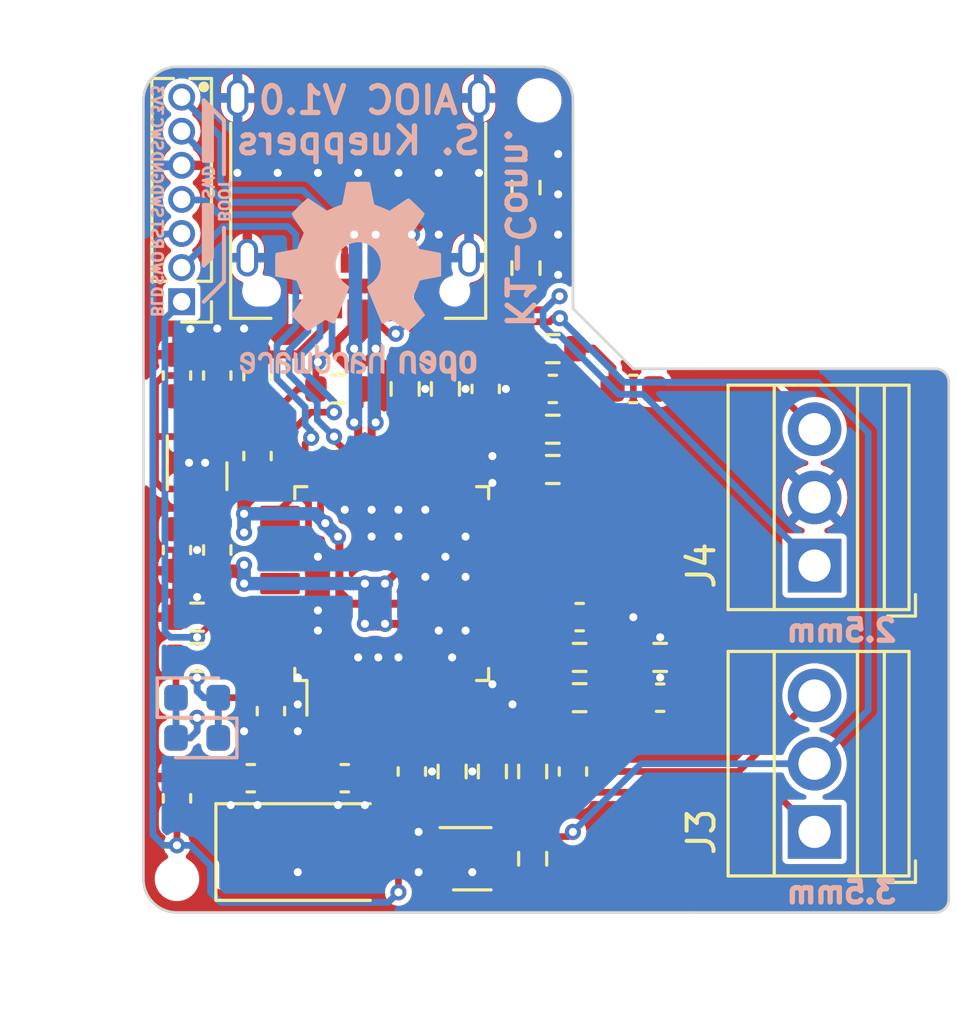
<source format=kicad_pcb>
(kicad_pcb (version 20240108) (generator "pcbnew") (generator_version "8.0")
  (layers (0 "F.Cu" signal) (31 "B.Cu" signal) (34 "B.Paste" user) (35 "F.Paste" user) (36 "B.SilkS" user "B.Silkscreen") (37 "F.SilkS" user "F.Silkscreen") (38 "B.Mask" user) (39 "F.Mask" user) (44 "Edge.Cuts" user))
  (net 0 "")
  (net 1 "GND")
  (net 2 "/OSCIN")
  (net 3 "/OSCOUT")
  (net 4 "Net-(U1-BYP)")
  (net 5 "Net-(U1-VOUT2)")
  (net 6 "Net-(D1-A)")
  (net 7 "Net-(D1-K)")
  (net 8 "Net-(J1-CC2)")
  (net 10 "Net-(J1-CC1)")
  (net 12 "/SWCLK")
  (net 13 "Net-(Q1B-C2)")
  (net 14 "Net-(Q1B-B2)")
  (net 15 "Net-(Q1A-C1)")
  (net 16 "Net-(Q1A-B1)")
  (net 17 "Net-(U2-PB8)")
  (net 22 "/SWDIO")
  (net 23 "/USB-DP")
  (net 24 "/USB-DN")
  (net 28 "+3V3")
  (net 29 "+3.3VA")
  (net 30 "/VIN")
  (net 31 "/VBUS")
  (net 32 "Net-(C12-Pad1)")
  (net 33 "Net-(C14-Pad1)")
  (net 36 "/USART-RX")
  (net 39 "/USART-TX")
  (net 40 "/PTT1")
  (net 41 "/PTT2")
  (net 42 "/AFIN")
  (net 43 "/RADIO-MIC")
  (net 44 "/RADIO-SPK")
  (net 45 "/AFOUT")
  (net 46 "/RADIO-RX-PTT1")
  (net 47 "/RADIO-TX")
  (net 48 "/RADIO-VP-PTT2")
  (net 49 "/NRST")
  (net 50 "/SWO")
  (net 51 "/BOOT0")
  (net 60 "/DAC_ATTEN")
  (footprint "Resistor_SMD:R_0603_1608Metric" (layer "F.Cu") (at 119.75 102 180)
    (property "Reference" "R2" (hide yes))
    (property "Value" "10K")
  )
  (footprint "LED_SMD:LED_0603_1608Metric" (layer "F.Cu") (at 105.5 105 180)
    (property "Reference" "D2" (hide yes))
    (property "Value" "RED")
  )
  (footprint "Capacitor_SMD:C_0603_1608Metric" (layer "F.Cu") (at 118.75 92 180)
    (property "Reference" "C11" (hide yes))
    (property "Value" "10n/NP0")
  )
  (footprint "Resistor_SMD:R_0603_1608Metric" (layer "F.Cu") (at 105.5 102)
    (property "Reference" "R15" (hide yes))
    (property "Value" "220R")
  )
  (footprint "AIOC:USB_C_Receptacle_Amphenol_12401832E40-2A" (layer "F.Cu") (at 111.5 85 180)
    (property "Reference" "J1" (hide yes))
    (property "Value" "12401832E402A")
  )
  (footprint "Capacitor_SMD:C_0603_1608Metric" (layer "F.Cu") (at 107.5 106.5 180)
    (property "Reference" "C1" (hide yes))
    (property "Value" "22p/NP0")
  )
  (footprint "LED_SMD:LED_0603_1608Metric" (layer "F.Cu") (at 105.5 103.5)
    (property "Reference" "D1" (hide yes))
    (property "Value" "GREEN")
  )
  (footprint "Capacitor_SMD:C_0603_1608Metric" (layer "F.Cu") (at 113.5 106.25 -90)
    (property "Reference" "C9" (hide yes))
    (property "Value" "100n")
  )
  (footprint "Capacitor_SMD:C_0603_1608Metric" (layer "F.Cu") (at 122.75 103.5)
    (property "Reference" "C12" (hide yes))
    (property "Value" "100n")
  )
  (footprint "Resistor_SMD:R_0603_1608Metric" (layer "F.Cu") (at 118 109.5 -90)
    (property "Reference" "R13" (hide yes))
    (property "Value" "22R")
  )
  (footprint "Inductor_SMD:L_0603_1608Metric" (layer "F.Cu") (at 107.75 91.5 90)
    (property "Reference" "FB2" (hide yes))
    (property "Value" "600R@100MHz")
  )
  (footprint "Resistor_SMD:R_0603_1608Metric" (layer "F.Cu") (at 114.75 92 -90)
    (property "Reference" "R8" (hide yes))
    (property "Value" "220R")
  )
  (footprint "Resistor_SMD:R_0603_1608Metric" (layer "F.Cu") (at 116.5 106.25 -90)
    (property "Reference" "R11" (hide yes))
    (property "Value" "2.2K")
  )
  (footprint "Resistor_SMD:R_0603_1608Metric" (layer "F.Cu") (at 113.25 92 -90)
    (property "Reference" "R9" (hide yes))
    (property "Value" "220R")
  )
  (footprint "TerminalBlock:TerminalBlock_Xinya_XY308-2.54-3P_1x03_P2.54mm_Horizontal" (layer "F.Cu") (at 128.5 98.58 90)
    (property "Reference" "J4")
    (property "Value" "Conn_01x03")
  )
  (footprint "Package_QFP:LQFP-48_7x7mm_P0.5mm" (layer "F.Cu") (at 112.75 99.25 90)
    (property "Reference" "U2" (hide yes))
    (property "Value" "STM32F373CBTx")
  )
  (footprint "Capacitor_SMD:C_0603_1608Metric" (layer "F.Cu") (at 106.25 91.5 90)
    (property "Reference" "C6" (hide yes))
    (property "Value" "4.7u/10V/X5R")
  )
  (footprint "Resistor_SMD:R_0603_1608Metric" (layer "F.Cu") (at 122.75 102 180)
    (property "Reference" "R4" (hide yes))
    (property "Value" "220R")
  )
  (footprint "Inductor_SMD:L_0603_1608Metric" (layer "F.Cu") (at 106.25 98 90)
    (property "Reference" "FB1" (hide yes))
    (property "Value" "600R@100MHz")
  )
  (footprint "Capacitor_SMD:C_0603_1608Metric" (layer "F.Cu") (at 104.75 91.5 90)
    (property "Reference" "C3" (hide yes))
    (property "Value" "100n")
  )
  (footprint "Capacitor_SMD:C_0603_1608Metric" (layer "F.Cu") (at 111 106.5)
    (property "Reference" "C2" (hide yes))
    (property "Value" "22p/NP0")
  )
  (footprint "Resistor_SMD:R_0603_1608Metric" (layer "F.Cu") (at 115 106.25 -90)
    (property "Reference" "R10" (hide yes))
    (property "Value" "2.2K")
  )
  (footprint "Capacitor_SMD:C_0603_1608Metric" (layer "F.Cu") (at 107.75 94.5 90)
    (property "Reference" "C4" (hide yes))
    (property "Value" "4.7u/10V/X5R")
  )
  (footprint "Resistor_SMD:R_0603_1608Metric" (layer "F.Cu") (at 110.75 92)
    (property "Reference" "R1" (hide yes))
    (property "Value" "1.5K")
  )
  (footprint "Capacitor_SMD:C_0603_1608Metric" (layer "F.Cu") (at 104.75 98 -90)
    (property "Reference" "C5" (hide yes))
    (property "Value" "4.7u/10V/X5R")
  )
  (footprint "Package_TO_SOT_SMD:SOT-363_SC-70-6" (layer "F.Cu") (at 115.75 109.5)
    (property "Reference" "Q1" (hide yes))
    (property "Value" "BC847BS")
  )
  (footprint "Capacitor_SMD:C_0603_1608Metric" (layer "F.Cu") (at 121.75 92)
    (property "Reference" "C14" (hide yes))
    (property "Value" "4.7u/10V/X5R")
  )
  (footprint "Resistor_SMD:R_0603_1608Metric" (layer "F.Cu") (at 119.75 103.5 180)
    (property "Reference" "R17" (hide yes))
    (property "Value" "N.M.")
  )
  (footprint "Resistor_SMD:R_0603_1608Metric" (layer "F.Cu") (at 118.75 90.5)
    (property "Reference" "R5" (hide yes))
    (property "Value" "2.2K")
  )
  (footprint "Capacitor_SMD:C_0603_1608Metric" (layer "F.Cu") (at 104.75 107.25 90)
    (property "Reference" "C15" (hide yes))
    (property "Value" "100n")
  )
  (footprint "Capacitor_SMD:C_0603_1608Metric" (layer "F.Cu") (at 119.75 100.5)
    (property "Reference" "C7" (hide yes))
    (property "Value" "4.7u/10V/X5R")
  )
  (footprint "Connector_PinHeader_1.27mm:PinHeader_1x07_P1.27mm_Vertical" (layer "F.Cu") (at 104.925 88.75 180)
    (property "Reference" "J2" (hide yes))
    (property "Value" "Conn_01x07_Male")
  )
  (footprint "Capacitor_SMD:C_0603_1608Metric" (layer "F.Cu") (at 108.25 104 -90)
    (property "Reference" "C8" (hide yes))
    (property "Value" "100n")
  )
  (footprint "AIOC:Micrel_MLF-8-1EP_2x2mm_P0.5mm_EP0.6x1.2mm" (layer "F.Cu") (at 105.5 94.75 -90)
    (property "Reference" "U1" (hide yes))
    (property "Value" "MIC5330-SSYML")
  )
  (footprint "Resistor_SMD:R_0603_1608Metric" (layer "F.Cu") (at 118.75 93.5)
    (property "Reference" "R16" (hide yes))
    (property "Value" "5.1K")
  )
  (footprint "Resistor_SMD:R_0603_1608Metric" (layer "F.Cu") (at 118.75 95)
    (property "Reference" "R3" (hide yes))
    (property "Value" "5.1K")
  )
  (footprint "AIOC:TOOLING-HOLE" (layer "F.Cu") (at 104.75 110.25)
    (property "Reference" "H2" (hide yes))
    (property "Value" "ToolingHole")
  )
  (footprint "Capacitor_SMD:C_0603_1608Metric" (layer "F.Cu") (at 116.25 92 90)
    (property "Reference" "C10" (hide yes))
    (property "Value" "4.7u/10V/X5R")
  )
  (footprint "Resistor_SMD:R_0603_1608Metric" (layer "F.Cu") (at 105.5 100.5)
    (property "Reference" "R14" (hide yes))
    (property "Value" "2.2K")
  )
  (footprint "TerminalBlock:TerminalBlock_Xinya_XY308-2.54-3P_1x03_P2.54mm_Horizontal" (layer "F.Cu") (at 128.5 108.5 90)
    (property "Reference" "J3")
    (property "Value" "Conn_01x03")
  )
  (footprint "Resistor_SMD:R_0603_1608Metric" (layer "F.Cu") (at 117.75 84.5 -90)
    (property "Reference" "R6" (hide yes))
    (property "Value" "5.1K")
  )
  (footprint "AIOC:TOOLING-HOLE" (layer "F.Cu") (at 118.25 81.25)
    (property "Reference" "H1" (hide yes))
    (property "Value" "ToolingHole")
  )
  (footprint "Capacitor_SMD:C_0603_1608Metric" (layer "F.Cu") (at 119.5 106.25 -90)
    (property "Reference" "C13" (hide yes))
    (property "Value" "4.7u/10V/X5R")
  )
  (footprint "AIOC:Crystal_SMD_5032-2Pin_5.0x3.2mm" (layer "F.Cu") (at 109.25 109.25)
    (property "Reference" "Y1" (hide yes))
    (property "Value" "8MHz/20pF")
  )
  (footprint "Resistor_SMD:R_0603_1608Metric" (layer "F.Cu") (at 118 106.25 -90)
    (property "Reference" "R12" (hide yes))
    (property "Value" "22R")
  )
  (footprint "Resistor_SMD:R_0603_1608Metric" (layer "F.Cu") (at 117.75 87.5 90)
    (property "Reference" "R7" (hide yes))
    (property "Value" "5.1K")
  )
  (footprint "LED_SMD:LED_0603_1608Metric" (layer "B.Cu") (at 105.5 105 180)
    (property "Reference" "D4" (hide yes))
    (property "Value" "N.M.")
  )
  (footprint "LED_SMD:LED_0603_1608Metric" (layer "B.Cu") (at 105.5 103.5)
    (property "Reference" "D3" (hide yes))
    (property "Value" "N.M.")
  )
  (footprint "Symbol:OSHW-Logo2_9.8x8mm_SilkScreen" (layer "B.Cu") (at 111.5 88 180)
    (property "Reference" "REF**" (hide yes))
    (property "Value" "OSHW-Logo2_9.8x8mm_SilkScreen" (hide yes))
  )
  (gr_line (start 105.9 85.15) (end 105.9 87.25) (stroke (width 0.15)) (layer "B.SilkS"))
  (gr_line (start 105.75 87.4) (end 105.75 85.15) (stroke (width 0.15)) (layer "B.SilkS"))
  (gr_line (start 105.75 85.15) (end 106.05 85.15) (stroke (width 0.15)) (layer "B.SilkS"))
  (gr_line (start 105.75 88.75) (end 106.5 88) (stroke (width 0.15)) (layer "B.SilkS"))
  (gr_line (start 105.75 81.25) (end 106.5 82) (stroke (width 0.15)) (layer "B.SilkS"))
  (gr_line (start 105.75 83.5) (end 105.75 81.25) (stroke (width 0.15)) (layer "B.SilkS"))
  (gr_line (start 106.5 82) (end 106.5 84) (stroke (width 0.15)) (layer "B.SilkS"))
  (gr_line (start 105.75 83.5) (end 106.05 83.5) (stroke (width 0.15)) (layer "B.SilkS"))
  (gr_line (start 106.5 88) (end 106.5 86) (stroke (width 0.15)) (layer "B.SilkS"))
  (gr_line (start 106.05 87.1) (end 106.05 85.15) (stroke (width 0.15)) (layer "B.SilkS"))
  (gr_line (start 105.75 87.4) (end 106.05 87.1) (stroke (width 0.15)) (layer "B.SilkS"))
  (gr_line (start 105.9 81.4) (end 105.9 83.5) (stroke (width 0.15)) (layer "B.SilkS"))
  (gr_line (start 106.05 83.5) (end 106.05 81.55) (stroke (width 0.15)) (layer "B.SilkS"))
  (gr_circle (center 105.75 80.75) (end 105.85 80.75) (stroke (width 0.2)) (fill none) (layer "F.SilkS"))
  (gr_line (start 119.5 89) (end 119.5 81.25) (stroke (width 0.1)) (layer "Edge.Cuts"))
  (gr_line (start 103.5 110.25) (end 103.5 81.25) (stroke (width 0.1)) (layer "Edge.Cuts"))
  (gr_line (start 121.75 91.25) (end 124 91.25) (stroke (width 0.1)) (layer "Edge.Cuts"))
  (gr_line (start 124 111.5) (end 104.75 111.5) (stroke (width 0.1)) (layer "Edge.Cuts"))
  (gr_arc (start 133 91.25) (mid 133.353553 91.396447) (end 133.5 91.75) (stroke (width 0.1)) (layer "Edge.Cuts"))
  (gr_line (start 133 91.25) (end 123.996711 91.25) (stroke (width 0.1)) (layer "Edge.Cuts"))
  (gr_line (start 121.75 91.25) (end 119.5 89) (stroke (width 0.1)) (layer "Edge.Cuts"))
  (gr_arc (start 118.25 80) (mid 119.133883 80.366117) (end 119.5 81.25) (stroke (width 0.1)) (layer "Edge.Cuts"))
  (gr_line (start 124 111.5) (end 133 111.5) (stroke (width 0.1)) (layer "Edge.Cuts"))
  (gr_arc (start 103.5 81.25) (mid 103.866117 80.366117) (end 104.75 80) (stroke (width 0.1)) (layer "Edge.Cuts"))
  (gr_line (start 106 80) (end 118.25 80) (stroke (width 0.1)) (layer "Edge.Cuts"))
  (gr_arc (start 133.5 111) (mid 133.353553 111.353553) (end 133 111.5) (stroke (width 0.1)) (layer "Edge.Cuts"))
  (gr_line (start 133.5 111) (end 133.5 91.75) (stroke (width 0.1)) (layer "Edge.Cuts"))
  (gr_line (start 106 80) (end 104.75 80) (stroke (width 0.1)) (layer "Edge.Cuts"))
  (gr_arc (start 104.75 111.5) (mid 103.866117 111.133883) (end 103.5 110.25) (stroke (width 0.1)) (layer "Edge.Cuts"))
  (gr_text "RST" (at 104 86.25 270) (layer "B.SilkS") (effects (font (size 0.4 0.4) (thickness 0.1)) (justify mirror)))
  (gr_text "SWD" (at 104 85 270) (layer "B.SilkS") (effects (font (size 0.4 0.4) (thickness 0.1)) (justify mirror)))
  (gr_text "SWO" (at 104 87.5 270) (layer "B.SilkS") (effects (font (size 0.4 0.4) (thickness 0.1)) (justify mirror)))
  (gr_text "GND" (at 104 83.75 270) (layer "B.SilkS") (effects (font (size 0.4 0.4) (thickness 0.1)) (justify mirror)))
  (gr_text "BLD" (at 104 88.75 270) (layer "B.SilkS") (effects (font (size 0.4 0.4) (thickness 0.1)) (justify mirror)))
  (gr_text "3V3" (at 104 81.25 270) (layer "B.SilkS") (effects (font (size 0.4 0.4) (thickness 0.1)) (justify mirror)))
  (gr_text "AIOC V1.0" (at 111.5 81.25 0) (layer "B.SilkS") (effects (font (size 1 1) (thickness 0.2)) (justify mirror)))
  (gr_text "3.5mm" (at 129.5 110.75 0) (layer "B.SilkS") (effects (font (size 0.8 0.8) (thickness 0.2)) (justify mirror)))
  (gr_text "SWD" (at 105.9 84.3 270) (layer "B.SilkS") (effects (font (size 0.4 0.4) (thickness 0.1)) (justify mirror)))
  (gr_text "S. Kueppers" (at 111.5 82.75 0) (layer "B.SilkS") (effects (font (size 1 1) (thickness 0.2)) (justify mirror)))
  (gr_text "K1-Conn." (at 117.5 86 270) (layer "B.SilkS") (effects (font (size 1 1) (thickness 0.2)) (justify mirror)))
  (gr_text "2.5mm" (at 129.5 101 0) (layer "B.SilkS") (effects (font (size 0.8 0.8) (thickness 0.2)) (justify mirror)))
  (gr_text "SWC" (at 104 82.5 270) (layer "B.SilkS") (effects (font (size 0.4 0.4) (thickness 0.1)) (justify mirror)))
  (gr_text "BOOT" (at 106.5 85 270) (layer "B.SilkS") (effects (font (size 0.4 0.4) (thickness 0.1)) (justify mirror)))
  (segment (start 108.75 89.02) (end 108.75 88.416813) (width 0.25) (layer "F.Cu") (net 1))
  (segment (start 113.5 102.5) (end 113.5 103.4125) (width 0.3) (layer "F.Cu") (net 1))
  (segment (start 105.75 93.775) (end 105.75 94.7) (width 0.25) (layer "F.Cu") (net 1))
  (segment (start 123.525 103.5) (end 123.525 102.05) (width 0.3) (layer "F.Cu") (net 1))
  (segment (start 113 102) (end 113.5 102.5) (width 0.3) (layer "F.Cu") (net 1))
  (segment (start 105.75 94.7) (end 105.8 94.75) (width 0.25) (layer "F.Cu") (net 1))
  (segment (start 109.5 101.5) (end 110 101) (width 0.3) (layer "F.Cu") (net 1))
  (segment (start 114.5 87.32) (end 114.5 87.916813) (width 0.25) (layer "F.Cu") (net 1))
  (segment (start 109 87.32) (end 109 88.166813) (width 0.25) (layer "F.Cu") (net 1))
  (segment (start 114.5 87.916813) (end 114.25 88.166813) (width 0.25) (layer "F.Cu") (net 1))
  (segment (start 114.25 89.02) (end 114.25 88.166813) (width 0.25) (layer "F.Cu") (net 1))
  (segment (start 123.525 102.05) (end 123.575 102) (width 0.25) (layer "F.Cu") (net 1))
  (segment (start 108.75 88.416813) (end 109 88.166813) (width 0.25) (layer "F.Cu") (net 1))
  (segment (start 108.5875 101.5) (end 109.5 101.5) (width 0.3) (layer "F.Cu") (net 1))
  (via (at 114.25 106.25) (size 0.6) (drill 0.3) (layers "F.Cu" "B.Cu") (net 1))
  (via (at 115.5 97.5) (size 0.6) (drill 0.3) (layers "F.Cu" "B.Cu") (net 1))
  (via (at 113.00027 83.951369) (size 0.6) (drill 0.3) (layers "F.Cu" "B.Cu") (net 1))
  (via (at 105.8 94.75) (size 0.6) (drill 0.3) (layers "F.Cu" "B.Cu") (net 1))
  (via (at 116.5 94.5) (size 0.6) (drill 0.3) (layers "F.Cu" "B.Cu") (net 1))
  (via (at 118.95 83.25) (size 0.6) (drill 0.3) (layers "F.Cu" "B.Cu") (net 1))
  (via (at 107.75 107.5) (size 0.6) (drill 0.3) (layers "F.Cu" "B.Cu") (net 1))
  (via (at 115 102) (size 0.6) (drill 0.3) (layers "F.Cu" "B.Cu") (net 1))
  (via (at 113 96.5) (size 0.6) (drill 0.3) (layers "F.Cu" "B.Cu") (net 1))
  (via (at 110 100.25) (size 0.6) (drill 0.3) (layers "F.Cu" "B.Cu") (net 1))
  (via (at 118.95 84.75) (size 0.6) (drill 0.3) (layers "F.Cu" "B.Cu") (net 1))
  (via (at 109.25 103.75) (size 0.6) (drill 0.3) (layers "F.Cu" "B.Cu") (net 1))
  (via (at 112.25 102) (size 0.6) (drill 0.3) (layers "F.Cu" "B.Cu") (net 1))
  (via (at 107.25 89.75) (size 0.6) (drill 0.3) (layers "F.Cu" "B.Cu") (net 1))
  (via (at 113.75 110) (size 0.6) (drill 0.3) (layers "F.Cu" "B.Cu") (net 1))
  (via (at 110.75 107.5) (size 0.6) (drill 0.3) (layers "F.Cu" "B.Cu") (net 1))
  (via (at 112 97.5) (size 0.6) (drill 0.3) (layers "F.Cu" "B.Cu") (net 1))
  (via (at 105.25 89.769502) (size 0.6) (drill 0.3) (layers "F.Cu" "B.Cu") (net 1))
  (via (at 105.5 98) (size 0.6) (drill 0.3) (layers "F.Cu" "B.Cu") (net 1))
  (via (at 110 98.25) (size 0.6) (drill 0.3) (layers "F.Cu" "B.Cu") (net 1))
  (via (at 114 99) (size 0.6) (drill 0.3) (layers "F.Cu" "B.Cu") (net 1))
  (via (at 116.00027 83.951369) (size 0.6) (drill 0.3) (layers "F.Cu" "B.Cu") (net 1))
  (via (at 117 92) (size 0.6) (drill 0.3) (layers "F.Cu" "B.Cu") (net 1))
  (via (at 109.25 102.75) (size 0.6) (drill 0.3) (layers "F.Cu" "B.Cu") (net 1))
  (via (at 114.5 101) (size 0.6) (drill 0.3) (layers "F.Cu" "B.Cu") (net 1))
  (via (at 107 83.95) (size 0.6) (drill 0.3) (layers "F.Cu" "B.Cu") (net 1))
  (via (at 105.5 99.75) (size 0.6) (drill 0.3) (layers "F.Cu" "B.Cu") (net 1))
  (via (at 117.25 103.75) (size 0.6) (drill 0.3) (layers "F.Cu" "B.Cu") (net 1))
  (via (at 110 101) (size 0.6) (drill 0.3) (layers "F.Cu" "B.Cu") (net 1))
  (via (at 106.75 107.5) (size 0.6) (drill 0.3) (layers "F.Cu" "B.Cu") (net 1))
  (via (at 114 92) (size 0.6) (drill 0.3) (layers "F.Cu" "B.Cu") (net 1))
  (via (at 113 97.5) (size 0.6) (drill 0.3) (layers "F.Cu" "B.Cu") (net 1))
  (via (at 113 102) (size 0.6) (drill 0.3) (layers "F.Cu" "B.Cu") (net 1))
  (via (at 106.25 89.75) (size 0.6) (drill 0.3) (layers "F.Cu" "B.Cu") (net 1))
  (via (at 114.5 86.25) (size 0.6) (drill 0.3) (layers "F.Cu" "B.Cu") (net 1))
  (via (at 107.25 104.75) (size 0.6) (drill 0.3) (layers "F.Cu" "B.Cu") (net 1))
  (via (at 121.75 100.5) (size 0.6) (drill 0.3) (layers "F.Cu" "B.Cu") (net 1))
  (via (at 116.5 95.5) (size 0.6) (drill 0.3) (layers "F.Cu" "B.Cu") (net 1))
  (via (at 111.75 107.502432) (size 0.6) (drill 0.3) (layers "F.Cu" "B.Cu") (net 1))
  (via (at 114.75 98.25) (size 0.6) (drill 0.3) (layers "F.Cu" "B.Cu") (net 1))
  (via (at 115.75 110) (size 0.6) (drill 0.3) (layers "F.Cu" "B.Cu") (net 1))
  (via (at 114 96.5) (size 0.6) (drill 0.3) (layers "F.Cu" "B.Cu") (net 1))
  (via (at 113.75 108.5) (size 0.6) (drill 0.3) (layers "F.Cu" "B.Cu") (net 1))
  (via (at 114.4994 83.950576) (size 0.6) (drill 0.3) (layers "F.Cu" "B.Cu") (net 1))
  (via (at 112 96.5) (size 0.6) (drill 0.3) (layers "F.Cu" "B.Cu") (net 1))
  (via (at 108.50027 83.951369) (size 0.6) (drill 0.3) (layers "F.Cu" "B.Cu") (net 1))
  (via (at 105.2 94.75) (size 0.6) (drill 0.3) (layers "F.Cu" "B.Cu") (net 1))
  (via (at 116.5 103) (size 0.6) (drill 0.3) (layers "F.Cu" "B.Cu") (net 1))
  (via (at 111.50027 83.951369) (size 0.6) (drill 0.3) (layers "F.Cu" "B.Cu") (net 1))
  (via (at 122.75 101.25) (size 0.6) (drill 0.3) (layers "F.Cu" "B.Cu") (net 1))
  (via (at 115.5 99) (size 0.6) (drill 0.3) (layers "F.Cu" "B.Cu") (net 1))
  (via (at 109.25 110) (size 0.6) (drill 0.3) (layers "F.Cu" "B.Cu") (net 1))
  (via (at 111 96.5) (size 0.6) (drill 0.3) (layers "F.Cu" "B.Cu") (net 1))
  (via (at 115.5 101) (size 0.6) (drill 0.3) (layers "F.Cu" "B.Cu") (net 1))
  (via (at 111.5 102) (size 0.6) (drill 0.3) (layers "F.Cu" "B.Cu") (net 1))
  (via (at 118.95 86.25) (size 0.6) (drill 0.3) (layers "F.Cu" "B.Cu") (net 1))
  (via (at 109.25 104.75) (size 0.6) (drill 0.3) (layers "F.Cu" "B.Cu") (net 1))
  (via (at 115.5 92) (size 0.6) (drill 0.3) (layers "F.Cu" "B.Cu") (net 1))
  (via (at 118.95 87.75) (size 0.6) (drill 0.3) (layers "F.Cu" "B.Cu") (net 1))
  (via (at 110.00027 83.951369) (size 0.6) (drill 0.3) (layers "F.Cu" "B.Cu") (net 1))
  (via (at 122.75 102.75) (size 0.6) (drill 0.3) (layers "F.Cu" "B.Cu") (net 1))
  (via (at 115.75 106.25) (size 0.6) (drill 0.3) (layers "F.Cu" "B.Cu") (net 1))
  (segment (start 108.75 107.5) (end 108.75 109) (width 0.25) (layer "F.Cu") (net 2))
  (segment (start 108.5 109.25) (end 107.4 109.25) (width 0.25) (layer "F.Cu") (net 2))
  (segment (start 108.863604 106.5) (end 108.472183 106.5) (width 0.25) (layer "F.Cu") (net 2))
  (segment (start 108.275 106.75) (end 108.275 107.025) (width 0.25) (layer "F.Cu") (net 2))
  (segment (start 110.363604 105) (end 108.863604 106.5) (width 0.25) (layer "F.Cu") (net 2))
  (segment (start 112 104.363604) (end 111.363604 105) (width 0.25) (layer "F.Cu") (net 2))
  (segment (start 108.75 109) (end 108.5 109.25) (width 0.25) (layer "F.Cu") (net 2))
  (segment (start 112 103.4125) (end 112 104.363604) (width 0.25) (layer "F.Cu") (net 2))
  (segment (start 108.275 107.025) (end 108.75 107.5) (width 0.25) (layer "F.Cu") (net 2))
  (segment (start 111.363604 105) (end 110.363604 105) (width 0.25) (layer "F.Cu") (net 2))
  (segment (start 108.525 106.5) (end 108.275 106.75) (width 0.25) (layer "F.Cu") (net 2))
  (segment (start 112.5 104.5) (end 111.55 105.45) (width 0.25) (layer "F.Cu") (net 3))
  (segment (start 109.75 107.5) (end 109.75 109) (width 0.25) (layer "F.Cu") (net 3))
  (segment (start 110.225 107.025) (end 109.75 107.5) (width 0.25) (layer "F.Cu") (net 3))
  (segment (start 112.5 103.4125) (end 112.5 104.5) (width 0.25) (layer "F.Cu") (net 3))
  (segment (start 110.225 105.775) (end 110.225 107.025) (width 0.25) (layer "F.Cu") (net 3))
  (segment (start 110 109.25) (end 111.1 109.25) (width 0.25) (layer "F.Cu") (net 3))
  (segment (start 111.55 105.45) (end 110.55 105.45) (width 0.25) (layer "F.Cu") (net 3))
  (segment (start 110.55 105.45) (end 110.225 105.775) (width 0.25) (layer "F.Cu") (net 3))
  (segment (start 109.75 109) (end 110 109.25) (width 0.25) (layer "F.Cu") (net 3))
  (segment (start 105.25 93.775) (end 105.25 93.25) (width 0.25) (layer "F.Cu") (net 4))
  (segment (start 105.25 93.25) (end 104.75 92.75) (width 0.25) (layer "F.Cu") (net 4))
  (segment (start 104.75 92.75) (end 104.75 92.275) (width 0.25) (layer "F.Cu") (net 4))
  (segment (start 105.5 96.5) (end 105.5 97.175) (width 0.25) (layer "F.Cu") (net 5))
  (segment (start 105.75 95.725) (end 105.75 96.25) (width 0.25) (layer "F.Cu") (net 5))
  (segment (start 105.5 97.175) (end 105.5375 97.2125) (width 0.25) (layer "F.Cu") (net 5))
  (segment (start 106.25 97.2125) (end 105.5375 97.2125) (width 0.5) (layer "F.Cu") (net 5))
  (segment (start 105.5375 97.2125) (end 104.7625 97.2125) (width 0.5) (layer "F.Cu") (net 5))
  (segment (start 104.7625 97.2125) (end 104.75 97.225) (width 0.5) (layer "F.Cu") (net 5))
  (segment (start 105.75 96.25) (end 105.5 96.5) (width 0.25) (layer "F.Cu") (net 5))
  (segment (start 106.2875 105.05) (end 106.2875 103.55) (width 0.25) (layer "F.Cu") (net 6))
  (segment (start 107 103.5) (end 106.2875 103.5) (width 0.25) (layer "F.Cu") (net 6))
  (segment (start 107.25 103.25) (end 107 103.5) (width 0.25) (layer "F.Cu") (net 6))
  (segment (start 107.25 102.286396) (end 107.25 103.25) (width 0.25) (layer "F.Cu") (net 6))
  (segment (start 105.75 103.5) (end 106.2875 103.5) (width 0.25) (layer "F.Cu") (net 6))
  (segment (start 105.5 103.25) (end 105.75 103.5) (width 0.25) (layer "F.Cu") (net 6))
  (segment (start 107.525 102.011396) (end 107.25 102.286396) (width 0.25) (layer "F.Cu") (net 6))
  (segment (start 105.5 102.75) (end 105.5 103.25) (width 0.25) (layer "F.Cu") (net 6))
  (segment (start 107.525 101.111396) (end 107.525 102.011396) (width 0.25) (layer "F.Cu") (net 6))
  (segment (start 108.5875 101) (end 107.636396 101) (width 0.25) (layer "F.Cu") (net 6))
  (segment (start 107.636396 101) (end 107.525 101.111396) (width 0.25) (layer "F.Cu") (net 6))
  (via (at 105.5 102.75) (size 0.6) (drill 0.3) (layers "F.Cu" "B.Cu") (net 6))
  (segment (start 106.2875 103.5) (end 106.2875 105) (width 0.25) (layer "B.Cu") (net 6))
  (segment (start 105.5 102.75) (end 105.5 103.25) (width 0.25) (layer "B.Cu") (net 6))
  (segment (start 105.75 103.5) (end 106.2875 103.5) (width 0.25) (layer "B.Cu") (net 6))
  (segment (start 105.5 103.25) (end 105.75 103.5) (width 0.25) (layer "B.Cu") (net 6))
  (segment (start 105.25 105) (end 104.7125 105) (width 0.25) (layer "F.Cu") (net 7))
  (segment (start 105.5 104.75) (end 105.25 105) (width 0.25) (layer "F.Cu") (net 7))
  (segment (start 104.7125 105.05) (end 104.7125 102.0875) (width 0.25) (layer "F.Cu") (net 7))
  (segment (start 105.5 104.25) (end 105.5 104.75) (width 0.25) (layer "F.Cu") (net 7))
  (segment (start 104.7125 102.0875) (end 104.675 102.05) (width 0.25) (layer "F.Cu") (net 7))
  (via (at 105.5 104.25) (size 0.6) (drill 0.3) (layers "F.Cu" "B.Cu") (net 7))
  (segment (start 104.7125 103.5) (end 104.7125 105) (width 0.25) (layer "B.Cu") (net 7))
  (segment (start 105.25 105) (end 104.7125 105) (width 0.25) (layer "B.Cu") (net 7))
  (segment (start 105.5 104.75) (end 105.25 105) (width 0.25) (layer "B.Cu") (net 7))
  (segment (start 105.5 104.25) (end 105.5 104.75) (width 0.25) (layer "B.Cu") (net 7))
  (segment (start 116.186396 85.05) (end 116.461396 85.325) (width 0.25) (layer "F.Cu") (net 8))
  (segment (start 111 86.783884) (end 110.725 86.508884) (width 0.25) (layer "F.Cu") (net 8))
  (segment (start 110.725 86.508884) (end 110.725 85.991116) (width 0.25) (layer "F.Cu") (net 8))
  (segment (start 110.725 85.991116) (end 111.216116 85.5) (width 0.25) (layer "F.Cu") (net 8))
  (segment (start 114.063604 85.05) (end 116.186396 85.05) (width 0.25) (layer "F.Cu") (net 8))
  (segment (start 116.461396 85.325) (end 117.75 85.325) (width 0.25) (layer "F.Cu") (net 8))
  (segment (start 113.613604 85.5) (end 114.063604 85.05) (width 0.25) (layer "F.Cu") (net 8))
  (segment (start 111.216116 85.5) (end 113.613604 85.5) (width 0.25) (layer "F.Cu") (net 8))
  (segment (start 111 87.32) (end 111 86.783884) (width 0.25) (layer "F.Cu") (net 8))
  (segment (start 114.25 85.5) (end 116 85.5) (width 0.25) (layer "F.Cu") (net 10))
  (segment (start 112.6495 89.942499) (end 112.25 89.542999) (width 0.25) (layer "F.Cu") (net 10))
  (segment (start 112.25 89.542999) (end 112.25 89.02) (width 0.25) (layer "F.Cu") (net 10))
  (segment (start 117.175 86.675) (end 117.75 86.675) (width 0.25) (layer "F.Cu") (net 10))
  (segment (start 116 85.5) (end 117.175 86.675) (width 0.25) (layer "F.Cu") (net 10))
  (segment (start 113.5 86.25) (end 114.25 85.5) (width 0.25) (layer "F.Cu") (net 10))
  (via (at 113.5 86.25) (size 0.6) (drill 0.3) (layers "F.Cu" "B.Cu") (net 10))
  (via (at 112.8995 89.942499) (size 0.6) (drill 0.3) (layers "F.Cu" "B.Cu") (net 10))
  (segment (start 113.25 86.5) (end 113.25 89.591999) (width 0.25) (layer "B.Cu") (net 10))
  (segment (start 113.5 86.25) (end 113.25 86.5) (width 0.25) (layer "B.Cu") (net 10))
  (segment (start 113.25 89.591999) (end 112.8995 89.942499) (width 0.25) (layer "B.Cu") (net 10))
  (segment (start 109.05 96.0375) (end 108.5875 96.5) (width 0.25) (layer "F.Cu") (net 12))
  (segment (start 110.6 92.866006) (end 109.743948 92.866006) (width 0.25) (layer "F.Cu") (net 12))
  (segment (start 109.743948 92.866006) (end 109.05 93.559954) (width 0.25) (layer "F.Cu") (net 12))
  (segment (start 109.05 93.559954) (end 109.05 96.0375) (width 0.25) (layer "F.Cu") (net 12))
  (via (at 110.6 92.866006) (size 0.6) (drill 0.3) (layers "F.Cu" "B.Cu") (net 12))
  (segment (start 105.925 83.42) (end 104.925 82.42) (width 0.25) (layer "B.Cu") (net 12))
  (segment (start 109.247792 85.05) (end 106.505408 85.05) (width 0.25) (layer "B.Cu") (net 12))
  (segment (start 110.6 92.483884) (end 109.375 91.258884) (width 0.25) (layer "B.Cu") (net 12))
  (segment (start 110.6 92.866006) (end 110.6 92.483884) (width 0.25) (layer "B.Cu") (net 12))
  (segment (start 109.375 91.258884) (end 109.375 90.741116) (width 0.25) (layer "B.Cu") (net 12))
  (segment (start 110.0755 90.040616) (end 110.0755 85.877708) (width 0.25) (layer "B.Cu") (net 12))
  (segment (start 106.505408 85.05) (end 105.925 84.469592) (width 0.25) (layer "B.Cu") (net 12))
  (segment (start 109.375 90.741116) (end 110.0755 90.040616) (width 0.25) (layer "B.Cu") (net 12))
  (segment (start 110.0755 85.877708) (end 109.247792 85.05) (width 0.25) (layer "B.Cu") (net 12))
  (segment (start 105.925 84.469592) (end 105.925 83.42) (width 0.25) (layer "B.Cu") (net 12))
  (segment (start 117.1625 110.75) (end 117.5 110.4125) (width 0.25) (layer "F.Cu") (net 13))
  (segment (start 114.8 110.15) (end 114.8 110.55) (width 0.25) (layer "F.Cu") (net 13))
  (segment (start 114.8 110.55) (end 115 110.75) (width 0.25) (layer "F.Cu") (net 13))
  (segment (start 115 110.75) (end 117.1625 110.75) (width 0.25) (layer "F.Cu") (net 13))
  (segment (start 117.5 110.4125) (end 118 110.4125) (width 0.25) (layer "F.Cu") (net 13))
  (segment (start 116.7 109.5) (end 116.310661 109.5) (width 0.25) (layer "F.Cu") (net 14))
  (segment (start 116 109.189339) (end 116 108.25) (width 0.25) (layer "F.Cu") (net 14))
  (segment (start 116.5 107.075) (end 116.5 107.75) (width 0.25) (layer "F.Cu") (net 14))
  (segment (start 116.310661 109.5) (end 116 109.189339) (width 0.25) (layer "F.Cu") (net 14))
  (segment (start 116.5 107.75) (end 116 108.25) (width 0.25) (layer "F.Cu") (net 14))
  (segment (start 117.925 107.075) (end 118 107.075) (width 0.25) (layer "F.Cu") (net 15))
  (segment (start 116.7 108.85) (end 116.7 108.3) (width 0.25) (layer "F.Cu") (net 15))
  (segment (start 116.7 108.3) (end 117.925 107.075) (width 0.25) (layer "F.Cu") (net 15))
  (segment (start 115 107.075) (end 115 107.75) (width 0.25) (layer "F.Cu") (net 16))
  (segment (start 115.224695 109.5) (end 115.5 109.224695) (width 0.25) (layer "F.Cu") (net 16))
  (segment (start 114.8 109.5) (end 115.224695 109.5) (width 0.25) (layer "F.Cu") (net 16))
  (segment (start 115 107.75) (end 115.5 108.25) (width 0.25) (layer "F.Cu") (net 16))
  (segment (start 115.5 109.224695) (end 115.5 108.25) (width 0.25) (layer "F.Cu") (net 16))
  (segment (start 106.9 102) (end 106.325 102) (width 0.25) (layer "F.Cu") (net 17))
  (segment (start 108.5875 100.5) (end 107.5 100.5) (width 0.25) (layer "F.Cu") (net 17))
  (segment (start 107.5 100.5) (end 107.075 100.925) (width 0.25) (layer "F.Cu") (net 17))
  (segment (start 107.075 100.925) (end 107.075 101.825) (width 0.25) (layer "F.Cu") (net 17))
  (segment (start 107.075 101.825) (end 106.9 102) (width 0.25) (layer "F.Cu") (net 17))
  (segment (start 110.499747 93.784062) (end 111 94.284315) (width 0.25) (layer "F.Cu") (net 22))
  (segment (start 111 94.284315) (end 111 95.0875) (width 0.25) (layer "F.Cu") (net 22))
  (via (at 110.6 93.774076) (size 0.6) (drill 0.3) (layers "F.Cu" "B.Cu") (net 22))
  (segment (start 109.061396 85.5) (end 106.319012 85.5) (width 0.25) (layer "B.Cu") (net 22))
  (segment (start 109.6255 86.064104) (end 109.061396 85.5) (width 0.25) (layer "B.Cu") (net 22))
  (segment (start 109.6255 89.85422) (end 109.6255 86.064104) (width 0.25) (layer "B.Cu") (net 22))
  (segment (start 109.975 92.49528) (end 108.925 91.44528) (width 0.25) (layer "B.Cu") (net 22))
  (segment (start 108.925 90.55472) (end 109.6255 89.85422) (width 0.25) (layer "B.Cu") (net 22))
  (segment (start 110.6 93.774076) (end 109.975 93.149076) (width 0.25) (layer "B.Cu") (net 22))
  (segment (start 109.975 93.149076) (end 109.975 92.49528) (width 0.25) (layer "B.Cu") (net 22))
  (segment (start 105.779012 84.96) (end 104.925 84.96) (width 0.25) (layer "B.Cu") (net 22))
  (segment (start 106.319012 85.5) (end 105.779012 84.96) (width 0.25) (layer "B.Cu") (net 22))
  (segment (start 108.925 91.44528) (end 108.925 90.55472) (width 0.25) (layer "B.Cu") (net 22))
  (segment (start 111.575 92.625) (end 111.575 92) (width 0.25) (layer "F.Cu") (net 23))
  (segment (start 111.35 90.380761) (end 111.35 90.5) (width 0.3) (layer "F.Cu") (net 23))
  (segment (start 111.5 87.32) (end 111.5 86.4) (width 0.3) (layer "F.Cu") (net 23))
  (segment (start 111.35 93.25) (end 111.35 92.85) (width 0.25) (layer "F.Cu") (net 23))
  (segment (start 111.5 86.4) (end 111.35 86.25) (width 0.3) (layer "F.Cu") (net 23))
  (segment (start 111.35 92.85) (end 111.575 92.625) (width 0.25) (layer "F.Cu") (net 23))
  (segment (start 111.5 95.0875) (end 111.5 93.4) (width 0.3) (layer "F.Cu") (net 23))
  (segment (start 111.75 89.02) (end 111.75 89.980761) (width 0.3) (layer "F.Cu") (net 23))
  (segment (start 111.5 93.4) (end 111.35 93.25) (width 0.3) (layer "F.Cu") (net 23))
  (segment (start 111.75 89.980761) (end 111.35 90.380761) (width 0.3) (layer "F.Cu") (net 23))
  (via (at 111.35 86.25) (size 0.6) (drill 0.3) (layers "F.Cu" "B.Cu") (net 23))
  (via (at 111.35 90.5) (size 0.6) (drill 0.3) (layers "F.Cu" "B.Cu") (net 23))
  (via (at 111.35 93.25) (size 0.6) (drill 0.3) (layers "F.Cu" "B.Cu") (net 23))
  (segment (start 111.4 86.3) (end 111.4 93.2) (width 0.5) (layer "B.Cu") (net 23))
  (segment (start 111.35 86.25) (end 111.4 86.3) (width 0.5) (layer "B.Cu") (net 23))
  (segment (start 111.4 93.2) (end 111.35 93.25) (width 0.5) (layer "B.Cu") (net 23))
  (segment (start 112 95.0875) (end 112 93.4) (width 0.3) (layer "F.Cu") (net 24))
  (segment (start 110.7 90.769239) (end 111.080761 91.15) (width 0.3) (layer "F.Cu") (net 24))
  (segment (start 112 86.4) (end 112.15 86.25) (width 0.3) (layer "F.Cu") (net 24))
  (segment (start 111.619239 91.15) (end 112.15 90.619239) (width 0.3) (layer "F.Cu") (net 24))
  (segment (start 111.080761 91.15) (end 111.619239 91.15) (width 0.3) (layer "F.Cu") (net 24))
  (segment (start 112 87.32) (end 112 86.4) (width 0.3) (layer "F.Cu") (net 24))
  (segment (start 111.25 89.02) (end 111.25 89.680761) (width 0.3) (layer "F.Cu") (net 24))
  (segment (start 112 93.4) (end 112.15 93.25) (width 0.3) (layer "F.Cu") (net 24))
  (segment (start 110.7 90.230761) (end 110.7 90.769239) (width 0.3) (layer "F.Cu") (net 24))
  (segment (start 111.25 89.680761) (end 110.7 90.230761) (width 0.3) (layer "F.Cu") (net 24))
  (segment (start 112.15 90.619239) (end 112.15 90.5) (width 0.3) (layer "F.Cu") (net 24))
  (via (at 112.15 86.25) (size 0.6) (drill 0.3) (layers "F.Cu" "B.Cu") (net 24))
  (via (at 112.15 90.5) (size 0.6) (drill 0.3) (layers "F.Cu" "B.Cu") (net 24))
  (via (at 112.15 93.25) (size 0.6) (drill 0.3) (layers "F.Cu" "B.Cu") (net 24))
  (segment (start 112.1 93.2) (end 112.15 93.25) (width 0.5) (layer "B.Cu") (net 24))
  (segment (start 112.1 86.3) (end 112.1 93.2) (width 0.5) (layer "B.Cu") (net 24))
  (segment (start 112.15 86.25) (end 112.1 86.3) (width 0.5) (layer "B.Cu") (net 24))
  (segment (start 110.1 96.85) (end 110.75 97.5) (width 0.25) (layer "F.Cu") (net 28))
  (segment (start 110 102.25) (end 110.5 101.75) (width 0.3) (layer "F.Cu") (net 28))
  (segment (start 110.8 99.3) (end 110.8 101.45) (width 0.3) (layer "F.Cu") (net 28))
  (segment (start 108.25 102.75) (end 108.5875 102.4125) (width 0.25) (layer "F.Cu") (net 28))
  (segment (start 106.525 95.725) (end 107 95.25) (width 0.25) (layer "F.Cu") (net 28))
  (segment (start 110.25 102) (end 108.5875 102) (width 0.3) (layer "F.Cu") (net 28))
  (segment (start 110.8 99.55) (end 110.8 99.3) (width 0.3) (layer "F.Cu") (net 28))
  (segment (start 109.925 92) (end 109.925 91.075) (width 0.25) (layer "F.Cu") (net 28))
  (segment (start 107.25 96.25) (end 107.75 95.75) (width 0.5) (layer "F.Cu") (net 28))
  (segment (start 107.725 95.25) (end 107.75 95.275) (width 0.25) (layer "F.Cu") (net 28))
  (segment (start 118 100) (end 116.9125 100) (width 0.3) (layer "F.Cu") (net 28))
  (segment (start 110 95.0875) (end 110 95.972919) (width 0.25) (layer "F.Cu") (net 28))
  (segment (start 108.6 92.65) (end 109.25 92) (width 0.25) (layer "F.Cu") (net 28))
  (segment (start 110.2745 97) (end 110.8 97.5255) (width 0.3) (layer "F.Cu") (net 28))
  (segment (start 109.925 91.075) (end 110 91) (width 0.25) (layer "F.Cu") (net 28))
  (segment (start 116.9125 100) (end 111.25 100) (width 0.3) (layer "F.Cu") (net 28))
  (segment (start 111.25 100) (end 110.8 99.55) (width 0.3) (layer "F.Cu") (net 28))
  (segment (start 107.25 97.35) (end 107.25 96.25) (width 0.5) (layer "F.Cu") (net 28))
  (segment (start 110.8 97.5255) (end 110.8 99.3) (width 0.3) (layer "F.Cu") (net 28))
  (segment (start 106.25 95.725) (end 106.525 95.725) (width 0.25) (layer "F.Cu") (net 28))
  (segment (start 107.75 95.75) (end 107.75 95.275) (width 0.5) (layer "F.Cu") (net 28))
  (segment (start 118.5 100.5) (end 118 100) (width 0.3) (layer "F.Cu") (net 28))
  (segment (start 108.25 95.275) (end 108.6 94.925) (width 0.25) (layer "F.Cu") (net 28))
  (segment (start 110.5 101.75) (end 110.25 102) (width 0.3) (layer "F.Cu") (net 28))
  (segment (start 118.975 100.5) (end 118.5 100.5) (width 0.3) (layer "F.Cu") (net 28))
  (segment (start 110 95.972919) (end 110.1 96.072919) (width 0.25) (layer "F.Cu") (net 28))
  (segment (start 108.25 103.225) (end 108.25 102.75) (width 0.25) (layer "F.Cu") (net 28))
  (segment (start 107 95.25) (end 107.725 95.25) (width 0.25) (layer "F.Cu") (net 28))
  (segment (start 110 103.4125) (end 110 102.25) (width 0.3) (layer "F.Cu") (net 28))
  (segment (start 110.8 101.45) (end 110.5 101.75) (width 0.3) (layer "F.Cu") (net 28))
  (segment (start 107.75 95.275) (end 108.25 95.275) (width 0.25) (layer "F.Cu") (net 28))
  (segment (start 109.25 92) (end 109.925 92) (width 0.25) (layer "F.Cu") (net 28))
  (segment (start 108.6 94.925) (end 108.6 92.65) (width 0.25) (layer "F.Cu") (net 28))
  (segment (start 110.1 96.072919) (end 110.1 96.85) (width 0.25) (layer "F.Cu") (net 28))
  (segment (start 108.5875 102.4125) (end 108.5875 102) (width 0.25) (layer "F.Cu") (net 28))
  (via (at 110.2745 97) (size 0.6) (drill 0.3) (layers "F.Cu" "B.Cu") (net 28))
  (via (at 110 91) (size 0.6) (drill 0.3) (layers "F.Cu" "B.Cu") (net 28))
  (via (at 110.75 97.5) (size 0.6) (drill 0.3) (layers "F.Cu" "B.Cu") (net 28))
  (via (at 107.25 96.65) (size 0.6) (drill 0.3) (layers "F.Cu" "B.Cu") (net 28))
  (via (at 107.25 97.35) (size 0.6) (drill 0.3) (layers "F.Cu" "B.Cu") (net 28))
  (segment (start 106.691804 84.6) (end 109.434188 84.6) (width 0.25) (layer "B.Cu") (net 28))
  (segment (start 104.925 81.15) (end 106.375 82.6) (width 0.25) (layer "B.Cu") (net 28))
  (segment (start 110.2745 97) (end 110.25 97) (width 0.5) (layer "B.Cu") (net 28))
  (segment (start 107.25 96.65) (end 107.25 97.35) (width 0.5) (layer "B.Cu") (net 28))
  (segment (start 110.5255 90.4745) (end 110 91) (width 0.25) (layer "B.Cu") (net 28))
  (segment (start 106.375 82.6) (end 106.375 84.283196) (width 0.25) (layer "B.Cu") (net 28))
  (segment (start 110.5255 85.691312) (end 110.5255 90.4745) (width 0.25) (layer "B.Cu") (net 28))
  (segment (start 110.25 97) (end 110.75 97.5) (width 0.5) (layer "B.Cu") (net 28))
  (segment (start 107.25 96.65) (end 109.9 96.65) (width 0.5) (layer "B.Cu") (net 28))
  (segment (start 109.434188 84.6) (end 110.5255 85.691312) (width 0.25) (layer "B.Cu") (net 28))
  (segment (start 109.9 96.65) (end 110.75 97.5) (width 0.5) (layer "B.Cu") (net 28))
  (segment (start 106.375 84.283196) (end 106.691804 84.6) (width 0.25) (layer "B.Cu") (net 28))
  (segment (start 107.25 98.55) (end 107.25 99) (width 0.5) (layer "F.Cu") (net 29))
  (segment (start 116 96.5) (end 115.25 96.5) (width 0.3) (layer "F.Cu") (net 29))
  (segment (start 112.5 100.75) (end 113 100.75) (width 0.3) (layer "F.Cu") (net 29))
  (segment (start 112.5 100.75) (end 111.75 100.75) (width 0.5) (layer "F.Cu") (net 29))
  (segment (start 117.925 93.5) (end 116.25 93.5) (width 0.25) (layer "F.Cu") (net 29))
  (segment (start 114 103.4125) (end 114 104.5) (width 0.3) (layer "F.Cu") (net 29))
  (segment (start 115.5 95.0875) (end 115.5 96.25) (width 0.3) (layer "F.Cu") (net 29))
  (segment (start 116.9125 96.5) (end 116 96.5) (width 0.3) (layer "F.Cu") (net 29))
  (segment (start 113 100.75) (end 114 101.75) (width 0.3) (layer "F.Cu") (net 29))
  (segment (start 107.0375 98.7875) (end 107.25 99) (width 0.5) (layer "F.Cu") (net 29))
  (segment (start 115.25 96.5) (end 113.25 98.5) (width 0.3) (layer "F.Cu") (net 29))
  (segment (start 116.25 93.5) (end 116.25 92.8625) (width 0.3) (layer "F.Cu") (net 29))
  (segment (start 112.5 99.25) (end 111.75 99.25) (width 0.5) (layer "F.Cu") (net 29))
  (segment (start 113.25 98.5) (end 112.5 99.25) (width 0.3) (layer "F.Cu") (net 29))
  (segment (start 113.5 105) (end 113.5 105.3875) (width 0.3) (layer "F.Cu") (net 29))
  (segment (start 115.5 95.0875) (end 115.5 94.25) (width 0.3) (layer "F.Cu") (net 29))
  (segment (start 114 101.75) (end 114 103.4125) (width 0.3) (layer "F.Cu") (net 29))
  (segment (start 106.25 98.7875) (end 107.0375 98.7875) (width 0.5) (layer "F.Cu") (net 29))
  (segment (start 107.25 99) (end 107.25 99.25) (width 0.5) (layer "F.Cu") (net 29))
  (segment (start 115.5 94.25) (end 116.25 93.5) (width 0.3) (layer "F.Cu") (net 29))
  (segment (start 114 104.5) (end 113.5 105) (width 0.3) (layer "F.Cu") (net 29))
  (segment (start 115.5 96.25) (end 115.25 96.5) (width 0.3) (layer "F.Cu") (net 29))
  (via (at 111.75 99.25) (size 0.6) (drill 0.3) (layers "F.Cu" "B.Cu") (net 29))
  (via (at 112.5 99.25) (size 0.6) (drill 0.3) (layers "F.Cu" "B.Cu") (net 29))
  (via (at 107.25 99.25) (size 0.6) (drill 0.3) (layers "F.Cu" "B.Cu") (net 29))
  (via (at 111.75 100.75) (size 0.6) (drill 0.3) (layers "F.Cu" "B.Cu") (net 29))
  (via (at 107.25 98.55) (size 0.6) (drill 0.3) (layers "F.Cu" "B.Cu") (net 29))
  (via (at 112.5 100.75) (size 0.6) (drill 0.3) (layers "F.Cu" "B.Cu") (net 29))
  (segment (start 112.5 99.25) (end 112.5 100.75) (width 0.5) (layer "B.Cu") (net 29))
  (segment (start 107.25 99.25) (end 107.25 98.55) (width 0.5) (layer "B.Cu") (net 29))
  (segment (start 112.1 99.25) (end 112.1 100.75) (width 0.5) (layer "B.Cu") (net 29))
  (segment (start 111.75 99.25) (end 112.25 99.25) (width 0.5) (layer "B.Cu") (net 29))
  (segment (start 111.75 99.25) (end 111.75 100.75) (width 0.5) (layer "B.Cu") (net 29))
  (segment (start 111.75 99.25) (end 107.25 99.25) (width 0.5) (layer "B.Cu") (net 29))
  (segment (start 112.25 99.25) (end 112.5 99.25) (width 0.5) (layer "B.Cu") (net 29))
  (segment (start 103.95 91.8) (end 104.25 91.5) (width 0.25) (layer "F.Cu") (net 30))
  (segment (start 103.95 93.7) (end 103.95 91.8) (width 0.25) (layer "F.Cu") (net 30))
  (segment (start 106.2625 92.2875) (end 106.25 92.275) (width 0.5) (layer "F.Cu") (net 30))
  (segment (start 104.025 93.775) (end 103.95 93.7) (width 0.25) (layer "F.Cu") (net 30))
  (segment (start 107.75 92.2875) (end 106.2625 92.2875) (width 0.5) (layer "F.Cu") (net 30))
  (segment (start 104.25 91.5) (end 106 91.5) (width 0.25) (layer "F.Cu") (net 30))
  (segment (start 103.95 95.45) (end 103.95 93.7) (width 0.25) (layer "F.Cu") (net 30))
  (segment (start 104.75 93.775) (end 104.025 93.775) (width 0.25) (layer "F.Cu") (net 30))
  (segment (start 106 91.5) (end 106.25 91.75) (width 0.25) (layer "F.Cu") (net 30))
  (segment (start 106.25 91.75) (end 106.25 92.275) (width 0.25) (layer "F.Cu") (net 30))
  (segment (start 104 95.5) (end 103.95 95.45) (width 0.25) (layer "F.Cu") (net 30))
  (segment (start 106.25 93.775) (end 106.25 92.275) (width 0.25) (layer "F.Cu") (net 30))
  (segment (start 104.75 95.725) (end 104.225 95.725) (width 0.25) (layer "F.Cu") (net 30))
  (segment (start 104.225 95.725) (end 104 95.5) (width 0.25) (layer "F.Cu") (net 30))
  (segment (start 110.5 88.04) (end 113 88.04) (width 0.3) (layer "F.Cu") (net 31))
  (segment (start 109.2575 90.7125) (end 108.25 90.7125) (width 0.3) (layer "F.Cu") (net 31))
  (segment (start 110.25 89.02) (end 110.25 89.72) (width 0.3) (layer "F.Cu") (net 31))
  (segment (start 110.5 87.32) (end 110.5 88.04) (width 0.3) (layer "F.Cu") (net 31))
  (segment (start 110.5 88.04) (end 110.25 88.29) (width 0.3) (layer "F.Cu") (net 31))
  (segment (start 112.75 89.02) (end 112.75 88.29) (width 0.3) (layer "F.Cu") (net 31))
  (segment (start 113 87.32) (end 113 88.04) (width 0.3) (layer "F.Cu") (net 31))
  (segment (start 112.75 88.29) (end 113 88.04) (width 0.3) (layer "F.Cu") (net 31))
  (segment (start 110.25 89.02) (end 110.25 88.29) (width 0.3) (layer "F.Cu") (net 31))
  (segment (start 110.25 89.72) (end 109.2575 90.7125) (width 0.3) (layer "F.Cu") (net 31))
  (segment (start 112.75 88.29) (end 110.25 88.29) (width 0.3) (layer "F.Cu") (net 31))
  (segment (start 120.575 102) (end 121.925 102) (width 0.25) (layer "F.Cu") (net 32))
  (segment (start 120.575 103.5) (end 121.975 103.5) (width 0.25) (layer "F.Cu") (net 32))
  (segment (start 119.5 105.475) (end 119.5 104.75) (width 0.25) (layer "F.Cu") (net 32))
  (segment (start 121.925 102) (end 121.925 103.45) (width 0.25) (layer "F.Cu") (net 32))
  (segment (start 119.5 104.75) (end 119.75 104.5) (width 0.25) (layer "F.Cu") (net 32))
  (segment (start 119.75 104.5) (end 119.75 103.75) (width 0.25) (layer "F.Cu") (net 32))
  (segment (start 120 103.5) (end 120.575 103.5) (width 0.25) (layer "F.Cu") (net 32))
  (segment (start 119.75 103.75) (end 120 103.5) (width 0.25) (layer "F.Cu") (net 32))
  (segment (start 121.925 103.45) (end 121.975 103.5) (width 0.25) (layer "F.Cu") (net 32))
  (segment (start 120.975 91.225) (end 120.25 90.5) (width 0.3) (layer "F.Cu") (net 33))
  (segment (start 120.25 90.5) (end 119.575 90.5) (width 0.3) (layer "F.Cu") (net 33))
  (segment (start 120.975 92) (end 120.975 91.225) (width 0.3) (layer "F.Cu") (net 33))
  (segment (start 112.5 94.113604) (end 113.25 93.363604) (width 0.25) (layer "F.Cu") (net 36))
  (segment (start 113.25 93.363604) (end 113.25 92.9125) (width 0.25) (layer "F.Cu") (net 36))
  (segment (start 112.5 95.0875) (end 112.5 94.113604) (width 0.25) (layer "F.Cu") (net 36))
  (segment (start 113.5 93.75) (end 114.5 93.75) (width 0.25) (layer "F.Cu") (net 39))
  (segment (start 114.75 93.5) (end 114.75 92.9125) (width 0.25) (layer "F.Cu") (net 39))
  (segment (start 113 94.25) (end 113.5 93.75) (width 0.25) (layer "F.Cu") (net 39))
  (segment (start 114.5 93.75) (end 114.75 93.5) (width 0.25) (layer "F.Cu") (net 39))
  (segment (start 113 95.0875) (end 113 94.25) (width 0.25) (layer "F.Cu") (net 39))
  (segment (start 116.5 104.75) (end 116.5 105.3375) (width 0.25) (layer "F.Cu") (net 40))
  (segment (start 115.25 104.5) (end 116.25 104.5) (width 0.25) (layer "F.Cu") (net 40))
  (segment (start 116.25 104.5) (end 116.5 104.75) (width 0.25) (layer "F.Cu") (net 40))
  (segment (start 115 104.25) (end 115.25 104.5) (width 0.25) (layer "F.Cu") (net 40))
  (segment (start 115 103.4125) (end 115 104.25) (width 0.25) (layer "F.Cu") (net 40))
  (segment (start 115 104.886396) (end 115 105.425) (width 0.25) (layer "F.Cu") (net 41))
  (segment (start 114.5 103.4125) (end 114.5 104.386396) (width 0.25) (layer "F.Cu") (net 41))
  (segment (start 114.5 104.386396) (end 115 104.886396) (width 0.25) (layer "F.Cu") (net 41))
  (segment (start 118.75 97.75) (end 118.75 97.05) (width 0.3) (layer "F.Cu") (net 42))
  (segment (start 119 92) (end 119.525 92) (width 0.25) (layer "F.Cu") (net 42))
  (segment (start 117.925 90.5) (end 118.5 90.5) (width 0.25) (layer "F.Cu") (net 42))
  (segment (start 118.75 90.75) (end 118.75 91.75) (width 0.25) (layer "F.Cu") (net 42))
  (segment (start 118 98.5) (end 118.75 97.75) (width 0.3) (layer "F.Cu") (net 42))
  (segment (start 119.575 92.05) (end 119.525 92) (width 0.3) (layer "F.Cu") (net 42))
  (segment (start 118.75 97.05) (end 119.575 96.225) (width 0.3) (layer "F.Cu") (net 42))
  (segment (start 119.575 96.225) (end 119.575 93.5) (width 0.3) (layer "F.Cu") (net 42))
  (segment (start 119.575 93.5) (end 119.575 92.05) (width 0.3) (layer "F.Cu") (net 42))
  (segment (start 116.9125 98.5) (end 118 98.5) (width 0.3) (layer "F.Cu") (net 42))
  (segment (start 118.75 91.75) (end 119 92) (width 0.25) (layer "F.Cu") (net 42))
  (segment (start 118.5 90.5) (end 118.75 90.75) (width 0.25) (layer "F.Cu") (net 42))
  (segment (start 127.025 107.025) (end 128.5 108.5) (width 0.25) (layer "F.Cu") (net 43))
  (segment (start 119.5 107.025) (end 127.025 107.025) (width 0.25) (layer "F.Cu") (net 43))
  (segment (start 122.525 92) (end 127 92) (width 0.25) (layer "F.Cu") (net 44))
  (segment (start 127 92) (end 128.5 93.5) (width 0.25) (layer "F.Cu") (net 44))
  (segment (start 118 101.5) (end 118.425 101.925) (width 0.25) (layer "F.Cu") (net 45))
  (segment (start 116.9125 101.5) (end 118 101.5) (width 0.25) (layer "F.Cu") (net 45))
  (segment (start 118.425 101.925) (end 119 101.925) (width 0.25) (layer "F.Cu") (net 45))
  (segment (start 115.116116 90.25) (end 114.75 90.616116) (width 0.25) (layer "F.Cu") (net 46))
  (segment (start 118.628536 89.5) (end 117.216682 89.5) (width 0.25) (layer "F.Cu") (net 46))
  (segment (start 119.011829 89.364195) (end 118.764341 89.364195) (width 0.25) (layer "F.Cu") (net 46))
  (segment (start 117.216682 89.5) (end 116.466682 90.25) (width 0.25) (layer "F.Cu") (net 46))
  (segment (start 116.466682 90.25) (end 115.116116 90.25) (width 0.25) (layer "F.Cu") (net 46))
  (segment (start 119.325 108.675) (end 119.5 108.5) (width 0.25) (layer "F.Cu") (net 46))
  (segment (start 118 108.675) (end 119.325 108.675) (width 0.25) (layer "F.Cu") (net 46))
  (segment (start 114.75 90.616116) (end 114.75 91.0875) (width 0.25) (layer "F.Cu") (net 46))
  (segment (start 118.764341 89.364195) (end 118.628536 89.5) (width 0.25) (layer "F.Cu") (net 46))
  (via (at 119.5 108.5) (size 0.6) (drill 0.3) (layers "F.Cu" "B.Cu") (net 46))
  (via (at 119.011829 89.364195) (size 0.6) (drill 0.3) (layers "F.Cu" "B.Cu") (net 46))
  (segment (start 119.5 108.5) (end 122.04 105.96) (width 0.25) (layer "B.Cu") (net 46))
  (segment (start 119.011829 89.364195) (end 121.397634 91.75) (width 0.25) (layer "B.Cu") (net 46))
  (segment (start 121.397634 91.75) (end 128.623833 91.75) (width 0.25) (layer "B.Cu") (net 46))
  (segment (start 130.5 93.626167) (end 130.5 103.96) (width 0.25) (layer "B.Cu") (net 46))
  (segment (start 130.5 103.96) (end 128.5 105.96) (width 0.25) (layer "B.Cu") (net 46))
  (segment (start 122.04 105.96) (end 128.5 105.96) (width 0.25) (layer "B.Cu") (net 46))
  (segment (start 128.623833 91.75) (end 130.5 93.626167) (width 0.25) (layer "B.Cu") (net 46))
  (segment (start 117.030286 89.05) (end 118.44214 89.05) (width 0.25) (layer "F.Cu") (net 47))
  (segment (start 113.5 90.25) (end 114.47972 90.25) (width 0.25) (layer "F.Cu") (net 47))
  (segment (start 118.944408 88.547732) (end 119.003182 88.547732) (width 0.25) (layer "F.Cu") (net 47))
  (segment (start 114.47972 90.25) (end 114.97972 89.75) (width 0.25) (layer "F.Cu") (net 47))
  (segment (start 113.25 91.0875) (end 113.25 90.5) (width 0.25) (layer "F.Cu") (net 47))
  (segment (start 118.44214 89.05) (end 118.944408 88.547732) (width 0.25) (layer "F.Cu") (net 47))
  (segment (start 116.330286 89.75) (end 117.030286 89.05) (width 0.25) (layer "F.Cu") (net 47))
  (segment (start 114.97972 89.75) (end 116.330286 89.75) (width 0.25) (layer "F.Cu") (net 47))
  (segment (start 113.25 90.5) (end 113.5 90.25) (width 0.25) (layer "F.Cu") (net 47))
  (via (at 119.003182 88.547732) (size 0.6) (drill 0.3) (layers "F.Cu" "B.Cu") (net 47))
  (segment (start 118.739195 89.989195) (end 118.386829 89.636829) (width 0.25) (layer "B.Cu") (net 47))
  (segment (start 122.12 92.2) (end 128.5 98.58) (width 0.25) (layer "B.Cu") (net 47))
  (segment (start 118.386829 89.636829) (end 118.386829 89.105311) (width 0.25) (layer "B.Cu") (net 47))
  (segment (start 118.386829 89.105311) (end 118.944408 88.547732) (width 0.25) (layer "B.Cu") (net 47))
  (segment (start 118.944408 88.547732) (end 119.003182 88.547732) (width 0.25) (layer "B.Cu") (net 47))
  (segment (start 121.211238 92.2) (end 122.12 92.2) (width 0.25) (layer "B.Cu") (net 47))
  (segment (start 121.211238 92.2) (end 119.000433 89.989195) (width 0.25) (layer "B.Cu") (net 47))
  (segment (start 119.000433 89.989195) (end 118.739195 89.989195) (width 0.25) (layer "B.Cu") (net 47))
  (segment (start 118.25 106.25) (end 125.67 106.25) (width 0.25) (layer "F.Cu") (net 48))
  (segment (start 118 105.3375) (end 118 106) (width 0.25) (layer "F.Cu") (net 48))
  (segment (start 118 106) (end 118.25 106.25) (width 0.25) (layer "F.Cu") (net 48))
  (segment (start 125.67 106.25) (end 128.5 103.42) (width 0.25) (layer "F.Cu") (net 48))
  (segment (start 112.6 105.122183) (end 113 104.722183) (width 0.25) (layer "F.Cu") (net 49))
  (segment (start 112.6 107.377817) (end 112.6 105.122183) (width 0.25) (layer "F.Cu") (net 49))
  (segment (start 104.75 109) (end 104.75 108.025) (width 0.25) (layer "F.Cu") (net 49))
  (segment (start 113 110.75) (end 113 107.777817) (width 0.25) (layer "F.Cu") (net 49))
  (segment (start 113 107.777817) (end 112.6 107.377817) (width 0.25) (layer "F.Cu") (net 49))
  (segment (start 113 104.722183) (end 113 103.4125) (width 0.25) (layer "F.Cu") (net 49))
  (via (at 113 110.75) (size 0.6) (drill 0.3) (layers "F.Cu" "B.Cu") (net 49))
  (via (at 104.75 109) (size 0.6) (drill 0.3) (layers "F.Cu" "B.Cu") (net 49))
  (segment (start 104.75 109) (end 105.25 109) (width 0.25) (layer "B.Cu") (net 49))
  (segment (start 106.375 111.125) (end 106 110.75) (width 0.25) (layer "B.Cu") (net 49))
  (segment (start 113 110.75) (end 112.625 111.125) (width 0.25) (layer "B.Cu") (net 49))
  (segment (start 104.925 86.23) (end 104.27 86.23) (width 0.25) (layer "B.Cu") (net 49))
  (segment (start 103.85 108.6) (end 103.85 106.5) (width 0.25) (layer "B.Cu") (net 49))
  (segment (start 106 110.75) (end 106 109.75) (width 0.25) (layer "B.Cu") (net 49))
  (segment (start 104.25 109) (end 103.85 108.6) (width 0.25) (layer "B.Cu") (net 49))
  (segment (start 105.875 109.625) (end 105.25 109) (width 0.25) (layer "B.Cu") (net 49))
  (segment (start 112.625 111.125) (end 106.375 111.125) (width 0.25) (layer "B.Cu") (net 49))
  (segment (start 103.85 86.65) (end 103.85 106.6) (width 0.25) (layer "B.Cu") (net 49))
  (segment (start 104.27 86.23) (end 103.85 86.65) (width 0.25) (layer "B.Cu") (net 49))
  (segment (start 106 109.75) (end 105.875 109.625) (width 0.25) (layer "B.Cu") (net 49))
  (segment (start 105.25 109) (end 104.25 109) (width 0.25) (layer "B.Cu") (net 49))
  (segment (start 109.390685 97.5) (end 108.5875 97.5) (width 0.25) (layer "F.Cu") (net 50))
  (segment (start 109.75 93.819338) (end 109.525 94.044338) (width 0.25) (layer "F.Cu") (net 50))
  (segment (start 109.525 96.134315) (end 109.65 96.259315) (width 0.25) (layer "F.Cu") (net 50))
  (segment (start 109.525 94.044338) (end 109.525 96.134315) (width 0.25) (layer "F.Cu") (net 50))
  (segment (start 109.65 96.259315) (end 109.65 97.240685) (width 0.25) (layer "F.Cu") (net 50))
  (segment (start 109.65 97.240685) (end 109.390685 97.5) (width 0.25) (layer "F.Cu") (net 50))
  (via (at 109.75 93.819338) (size 0.6) (drill 0.3) (layers "F.Cu" "B.Cu") (net 50))
  (segment (start 108.475 90.368324) (end 109.1755 89.667824) (width 0.25) (layer "B.Cu") (net 50))
  (segment (start 108.875 85.95) (end 106.475 85.95) (width 0.25) (layer "B.Cu") (net 50))
  (segment (start 109.1755 86.2505) (end 108.875 85.95) (width 0.25) (layer "B.Cu") (net 50))
  (segment (start 109.525 92.681676) (end 108.475 91.631676) (width 0.25) (layer "B.Cu") (net 50))
  (segment (start 106.475 85.95) (end 104.925 87.5) (width 0.25) (layer "B.Cu") (net 50))
  (segment (start 109.75 93.560472) (end 109.525 93.335472) (width 0.25) (layer "B.Cu") (net 50))
  (segment (start 109.525 93.335472) (end 109.525 92.681676) (width 0.25) (layer "B.Cu") (net 50))
  (segment (start 108.475 91.631676) (end 108.475 90.368324) (width 0.25) (layer "B.Cu") (net 50))
  (segment (start 109.75 93.819338) (end 109.75 93.560472) (width 0.25) (layer "B.Cu") (net 50))
  (segment (start 109.1755 89.667824) (end 109.1755 86.2505) (width 0.25) (layer "B.Cu") (net 50))
  (segment (start 107.363604 100) (end 106.863604 100.5) (width 0.25) (layer "F.Cu") (net 51))
  (segment (start 108.5875 100) (end 107.363604 100) (width 0.25) (layer "F.Cu") (net 51))
  (segment (start 106.863604 100.5) (end 106.325 100.5) (width 0.25) (layer "F.Cu") (net 51))
  (segment (start 105.5 101.25) (end 106.25 100.5) (width 0.25) (layer "F.Cu") (net 51))
  (segment (start 106.25 100.5) (end 106.325 100.5) (width 0.25) (layer "F.Cu") (net 51))
  (via (at 105.5 101.25) (size 0.6) (drill 0.3) (layers "F.Cu" "B.Cu") (net 51))
  (segment (start 104.3 101.05) (end 104.5 101.25) (width 0.25) (layer "B.Cu") (net 51))
  (segment (start 104.3 89.395) (end 104.3 101.05) (width 0.25) (layer "B.Cu") (net 51))
  (segment (start 104.925 88.77) (end 104.3 89.395) (width 0.25) (layer "B.Cu") (net 51))
  (segment (start 104.5 101.25) (end 105.5 101.25) (width 0.25) (layer "B.Cu") (net 51))
  (segment (start 116.9125 102) (end 117.75 102) (width 0.25) (layer "F.Cu") (net 60))
  (segment (start 117.75 102) (end 118 102.25) (width 0.25) (layer "F.Cu") (net 60))
  (segment (start 118.5 103.5) (end 118.925 103.5) (width 0.25) (layer "F.Cu") (net 60))
  (segment (start 118 102.25) (end 118 103) (width 0.25) (layer "F.Cu") (net 60))
  (segment (start 118 103) (end 118.5 103.5) (width 0.25) (layer "F.Cu") (net 60))
  (zone (net 1) (net_name "GND") (layer "F.Cu") (priority 3) (connect_pads (clearance 0.2)) (min_thickness 0.2) (fill yes (thermal_gap 0.22) (thermal_bridge_width 0.35) (smoothing fillet) (radius 0.25))
    (polygon (pts (xy 133.5 111.5) (xy 103.5 111.5) (xy 103.5 80) (xy 133.5 80)))
  )
  (zone (net 1) (net_name "GND") (layer "B.Cu") (priority 5) (connect_pads (clearance 0.2)) (min_thickness 0.2) (fill yes (thermal_gap 0.254) (thermal_bridge_width 0.35) (smoothing fillet) (radius 0.25))
    (polygon (pts (xy 133.5 92.25) (xy 133.5 98.75) (xy 133.5 111.5) (xy 103.5 111.5) (xy 103.5 80) (xy 133.5 80)))
  )
)
</source>
